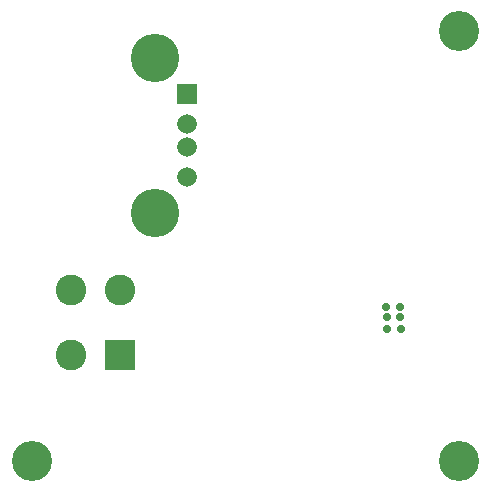
<source format=gbs>
G04*
G04 #@! TF.GenerationSoftware,Altium Limited,Altium Designer,19.1.6 (110)*
G04*
G04 Layer_Color=16711935*
%FSLAX43Y43*%
%MOMM*%
G71*
G01*
G75*
%ADD35C,3.400*%
%ADD36R,1.670X1.670*%
%ADD37C,1.670*%
%ADD38C,4.100*%
%ADD39R,2.600X2.600*%
%ADD40C,2.600*%
%ADD69C,0.700*%
D35*
X96500Y94200D02*
D03*
Y57800D02*
D03*
X60300D02*
D03*
D36*
X73410Y88870D02*
D03*
D37*
Y86370D02*
D03*
Y84370D02*
D03*
Y81870D02*
D03*
D38*
X70700Y91940D02*
D03*
Y78800D02*
D03*
D39*
X67800Y66800D02*
D03*
D40*
X63600D02*
D03*
Y72300D02*
D03*
X67800D02*
D03*
D69*
X91525Y69025D02*
D03*
X90375D02*
D03*
X90350Y70000D02*
D03*
X91500D02*
D03*
Y70875D02*
D03*
X90325D02*
D03*
M02*

</source>
